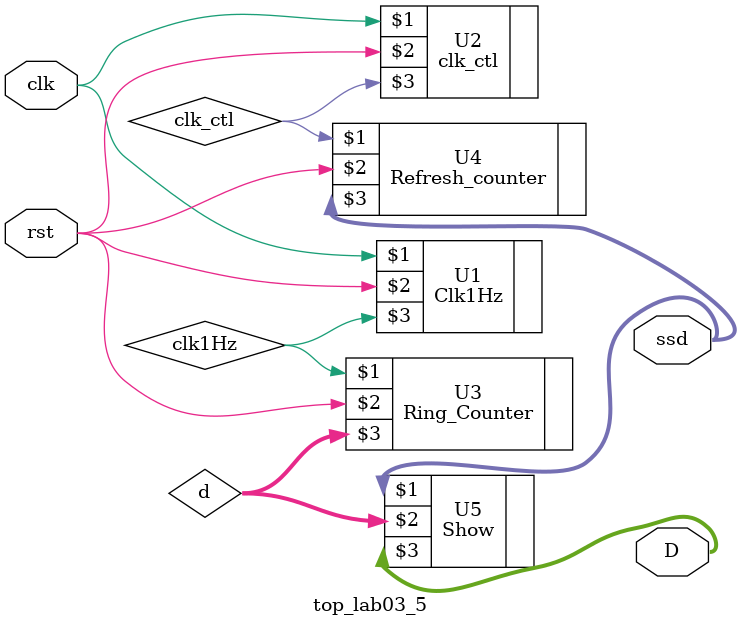
<source format=v>
`timescale 1ns / 1ps


module top_lab03_5(clk, rst, ssd, D);
input clk;
input rst;
output [3:0]ssd;
output [7:0]D;

wire clk1Hz;
wire clk_ctl;
wire [11:0]d;

Clk1Hz U1(clk, rst, clk1Hz);
clk_ctl U2(clk, rst, clk_ctl);

Ring_Counter U3(clk1Hz, rst, d);
Refresh_counter U4(clk_ctl, rst, ssd);
Show U5(ssd, d, D);

endmodule

</source>
